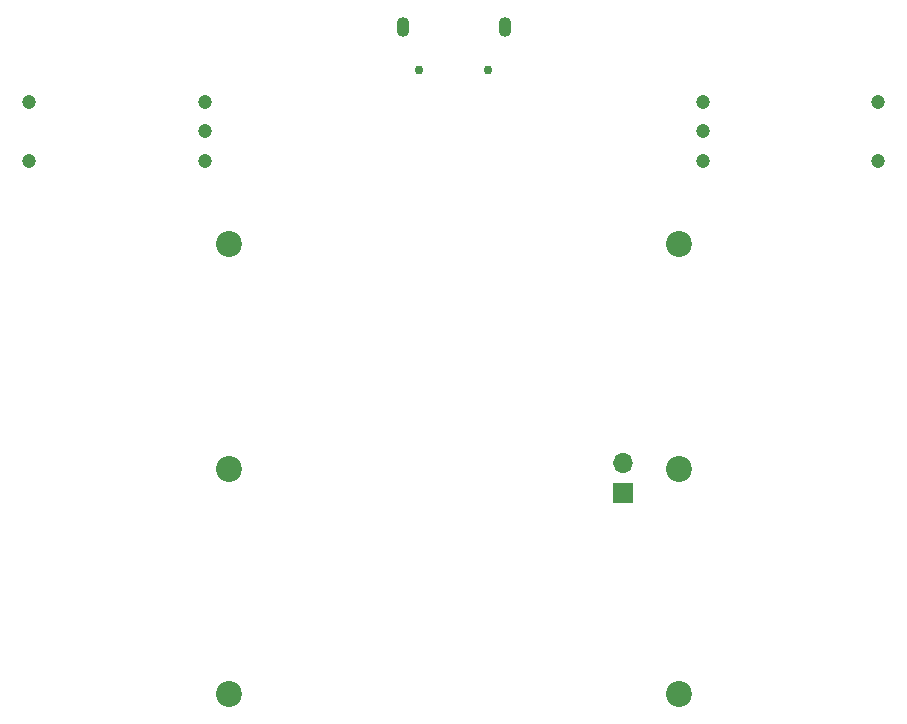
<source format=gbr>
%TF.GenerationSoftware,KiCad,Pcbnew,8.0.8*%
%TF.CreationDate,2025-03-01T19:05:57+01:00*%
%TF.ProjectId,numbpad,6e756d62-7061-4642-9e6b-696361645f70,rev?*%
%TF.SameCoordinates,Original*%
%TF.FileFunction,Soldermask,Top*%
%TF.FilePolarity,Negative*%
%FSLAX46Y46*%
G04 Gerber Fmt 4.6, Leading zero omitted, Abs format (unit mm)*
G04 Created by KiCad (PCBNEW 8.0.8) date 2025-03-01 19:05:57*
%MOMM*%
%LPD*%
G01*
G04 APERTURE LIST*
%ADD10C,1.200000*%
%ADD11C,2.200000*%
%ADD12R,1.700000X1.700000*%
%ADD13O,1.700000X1.700000*%
%ADD14C,0.750000*%
%ADD15O,1.100000X1.700000*%
G04 APERTURE END LIST*
D10*
%TO.C,SW23*%
X178056250Y-68937500D03*
X178056250Y-73937500D03*
X163156250Y-73937500D03*
X163156250Y-68937500D03*
X163156250Y-71437500D03*
%TD*%
%TO.C,SW20*%
X106106250Y-73937500D03*
X106106250Y-68937500D03*
X121006250Y-68937500D03*
X121006250Y-73937500D03*
X121006250Y-71437500D03*
%TD*%
D11*
%TO.C,H6*%
X123031250Y-100012500D03*
%TD*%
%TO.C,H1*%
X123031250Y-80962500D03*
%TD*%
%TO.C,H2*%
X161131250Y-80962500D03*
%TD*%
%TO.C,H3*%
X123031250Y-119062500D03*
%TD*%
%TO.C,H4*%
X161131250Y-119062500D03*
%TD*%
%TO.C,H5*%
X161131250Y-100012500D03*
%TD*%
D12*
%TO.C,SW17*%
X156393750Y-102056250D03*
D13*
X156393750Y-99516250D03*
%TD*%
D14*
%TO.C,USB1*%
X139191250Y-66232000D03*
X144971250Y-66232000D03*
D15*
X137761250Y-62582000D03*
X146401250Y-62582000D03*
%TD*%
M02*

</source>
